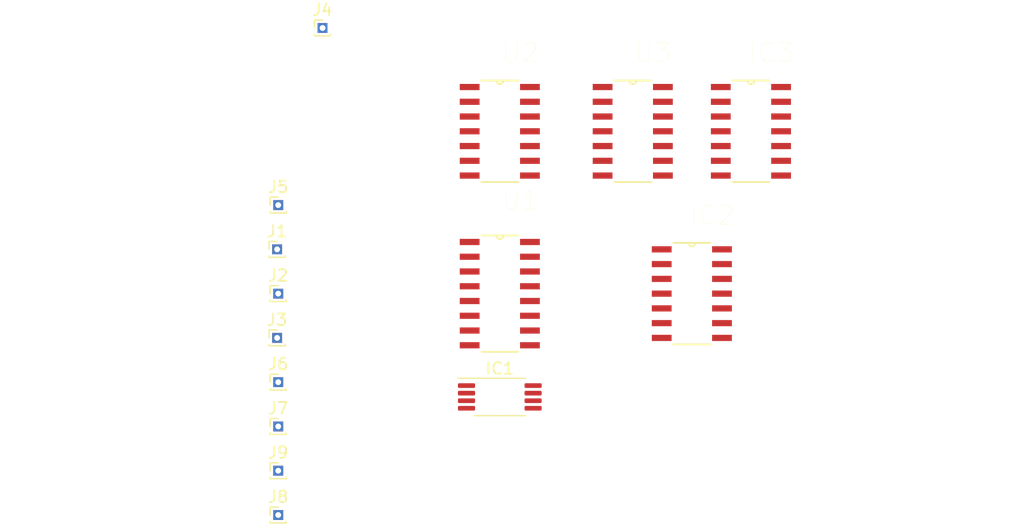
<source format=kicad_pcb>
(kicad_pcb (version 20171130) (host pcbnew "(5.1.8)-1")

  (general
    (thickness 1.6)
    (drawings 0)
    (tracks 0)
    (zones 0)
    (modules 15)
    (nets 62)
  )

  (page A4)
  (layers
    (0 F.Cu signal)
    (31 B.Cu signal)
    (32 B.Adhes user)
    (33 F.Adhes user)
    (34 B.Paste user)
    (35 F.Paste user)
    (36 B.SilkS user)
    (37 F.SilkS user)
    (38 B.Mask user)
    (39 F.Mask user)
    (40 Dwgs.User user)
    (41 Cmts.User user)
    (42 Eco1.User user)
    (43 Eco2.User user)
    (44 Edge.Cuts user)
    (45 Margin user)
    (46 B.CrtYd user)
    (47 F.CrtYd user)
    (48 B.Fab user)
    (49 F.Fab user)
  )

  (setup
    (last_trace_width 0.25)
    (trace_clearance 0.2)
    (zone_clearance 0.508)
    (zone_45_only no)
    (trace_min 0.2)
    (via_size 0.8)
    (via_drill 0.4)
    (via_min_size 0.4)
    (via_min_drill 0.3)
    (uvia_size 0.3)
    (uvia_drill 0.1)
    (uvias_allowed no)
    (uvia_min_size 0.2)
    (uvia_min_drill 0.1)
    (edge_width 0.05)
    (segment_width 0.2)
    (pcb_text_width 0.3)
    (pcb_text_size 1.5 1.5)
    (mod_edge_width 0.12)
    (mod_text_size 1 1)
    (mod_text_width 0.15)
    (pad_size 1.524 1.524)
    (pad_drill 0.762)
    (pad_to_mask_clearance 0)
    (aux_axis_origin 0 0)
    (visible_elements FFFFFF7F)
    (pcbplotparams
      (layerselection 0x010fc_ffffffff)
      (usegerberextensions false)
      (usegerberattributes true)
      (usegerberadvancedattributes true)
      (creategerberjobfile true)
      (excludeedgelayer true)
      (linewidth 0.100000)
      (plotframeref false)
      (viasonmask false)
      (mode 1)
      (useauxorigin false)
      (hpglpennumber 1)
      (hpglpenspeed 20)
      (hpglpendiameter 15.000000)
      (psnegative false)
      (psa4output false)
      (plotreference true)
      (plotvalue true)
      (plotinvisibletext false)
      (padsonsilk false)
      (subtractmaskfromsilk false)
      (outputformat 1)
      (mirror false)
      (drillshape 1)
      (scaleselection 1)
      (outputdirectory ""))
  )

  (net 0 "")
  (net 1 "Net-(IC1-Pad1)")
  (net 2 "Net-(IC1-Pad2)")
  (net 3 "Net-(IC1-Pad3)")
  (net 4 "Net-(IC1-Pad4)")
  (net 5 "Net-(IC1-Pad5)")
  (net 6 "Net-(IC1-Pad6)")
  (net 7 "Net-(IC1-Pad7)")
  (net 8 "Net-(IC1-Pad8)")
  (net 9 "Net-(IC2-Pad13)")
  (net 10 "Net-(IC2-Pad12)")
  (net 11 "Net-(IC2-Pad11)")
  (net 12 "Net-(IC2-Pad10)")
  (net 13 "Net-(IC2-Pad5)")
  (net 14 "Net-(IC2-Pad8)")
  (net 15 "Net-(IC2-Pad7)")
  (net 16 "Net-(IC2-Pad6)")
  (net 17 "Net-(IC2-Pad4)")
  (net 18 "Net-(IC2-Pad2)")
  (net 19 "Net-(IC3-Pad1)")
  (net 20 "Net-(IC3-Pad3)")
  (net 21 "Net-(IC3-Pad4)")
  (net 22 "Net-(IC3-Pad5)")
  (net 23 "Net-(IC3-Pad6)")
  (net 24 "Net-(IC3-Pad7)")
  (net 25 "Net-(IC3-Pad8)")
  (net 26 "Net-(IC3-Pad9)")
  (net 27 "Net-(IC3-Pad10)")
  (net 28 "Net-(IC3-Pad11)")
  (net 29 "Net-(IC3-Pad12)")
  (net 30 "Net-(IC3-Pad13)")
  (net 31 "Net-(J1-Pad1)")
  (net 32 "Net-(J2-Pad1)")
  (net 33 "Net-(J3-Pad1)")
  (net 34 "Net-(J5-Pad1)")
  (net 35 "Net-(U1-Pad4)")
  (net 36 "Net-(U1-Pad5)")
  (net 37 "Net-(U1-Pad6)")
  (net 38 "Net-(U1-Pad7)")
  (net 39 "Net-(U1-Pad8)")
  (net 40 "Net-(U1-Pad9)")
  (net 41 "Net-(U1-Pad10)")
  (net 42 "Net-(U1-Pad11)")
  (net 43 "Net-(U1-Pad12)")
  (net 44 "Net-(U1-Pad13)")
  (net 45 "Net-(U1-Pad14)")
  (net 46 "Net-(U1-Pad15)")
  (net 47 "Net-(U2-Pad3)")
  (net 48 "Net-(U2-Pad4)")
  (net 49 "Net-(U2-Pad5)")
  (net 50 "Net-(U2-Pad6)")
  (net 51 "Net-(U2-Pad7)")
  (net 52 "Net-(U2-Pad8)")
  (net 53 "Net-(U2-Pad9)")
  (net 54 "Net-(U2-Pad10)")
  (net 55 "Net-(U2-Pad11)")
  (net 56 "Net-(U2-Pad12)")
  (net 57 "Net-(U2-Pad13)")
  (net 58 "Net-(U3-Pad11)")
  (net 59 "Net-(U3-Pad8)")
  (net 60 "Net-(U3-Pad5)")
  (net 61 "Net-(U3-Pad1)")

  (net_class Default "This is the default net class."
    (clearance 0.2)
    (trace_width 0.25)
    (via_dia 0.8)
    (via_drill 0.4)
    (uvia_dia 0.3)
    (uvia_drill 0.1)
    (add_net "Net-(IC1-Pad1)")
    (add_net "Net-(IC1-Pad2)")
    (add_net "Net-(IC1-Pad3)")
    (add_net "Net-(IC1-Pad4)")
    (add_net "Net-(IC1-Pad5)")
    (add_net "Net-(IC1-Pad6)")
    (add_net "Net-(IC1-Pad7)")
    (add_net "Net-(IC1-Pad8)")
    (add_net "Net-(IC2-Pad10)")
    (add_net "Net-(IC2-Pad11)")
    (add_net "Net-(IC2-Pad12)")
    (add_net "Net-(IC2-Pad13)")
    (add_net "Net-(IC2-Pad2)")
    (add_net "Net-(IC2-Pad4)")
    (add_net "Net-(IC2-Pad5)")
    (add_net "Net-(IC2-Pad6)")
    (add_net "Net-(IC2-Pad7)")
    (add_net "Net-(IC2-Pad8)")
    (add_net "Net-(IC3-Pad1)")
    (add_net "Net-(IC3-Pad10)")
    (add_net "Net-(IC3-Pad11)")
    (add_net "Net-(IC3-Pad12)")
    (add_net "Net-(IC3-Pad13)")
    (add_net "Net-(IC3-Pad3)")
    (add_net "Net-(IC3-Pad4)")
    (add_net "Net-(IC3-Pad5)")
    (add_net "Net-(IC3-Pad6)")
    (add_net "Net-(IC3-Pad7)")
    (add_net "Net-(IC3-Pad8)")
    (add_net "Net-(IC3-Pad9)")
    (add_net "Net-(J1-Pad1)")
    (add_net "Net-(J2-Pad1)")
    (add_net "Net-(J3-Pad1)")
    (add_net "Net-(J5-Pad1)")
    (add_net "Net-(U1-Pad10)")
    (add_net "Net-(U1-Pad11)")
    (add_net "Net-(U1-Pad12)")
    (add_net "Net-(U1-Pad13)")
    (add_net "Net-(U1-Pad14)")
    (add_net "Net-(U1-Pad15)")
    (add_net "Net-(U1-Pad4)")
    (add_net "Net-(U1-Pad5)")
    (add_net "Net-(U1-Pad6)")
    (add_net "Net-(U1-Pad7)")
    (add_net "Net-(U1-Pad8)")
    (add_net "Net-(U1-Pad9)")
    (add_net "Net-(U2-Pad10)")
    (add_net "Net-(U2-Pad11)")
    (add_net "Net-(U2-Pad12)")
    (add_net "Net-(U2-Pad13)")
    (add_net "Net-(U2-Pad3)")
    (add_net "Net-(U2-Pad4)")
    (add_net "Net-(U2-Pad5)")
    (add_net "Net-(U2-Pad6)")
    (add_net "Net-(U2-Pad7)")
    (add_net "Net-(U2-Pad8)")
    (add_net "Net-(U2-Pad9)")
    (add_net "Net-(U3-Pad1)")
    (add_net "Net-(U3-Pad11)")
    (add_net "Net-(U3-Pad5)")
    (add_net "Net-(U3-Pad8)")
  )

  (module Package_SO:TSSOP-8_4.4x3mm_P0.65mm (layer F.Cu) (tedit 5E476F32) (tstamp 5FAB3250)
    (at 120.65 80.01)
    (descr "TSSOP, 8 Pin (JEDEC MO-153 Var AA https://www.jedec.org/document_search?search_api_views_fulltext=MO-153), generated with kicad-footprint-generator ipc_gullwing_generator.py")
    (tags "TSSOP SO")
    (path /5FAB1AAF)
    (attr smd)
    (fp_text reference IC1 (at 0 -2.45) (layer F.SilkS)
      (effects (font (size 1 1) (thickness 0.15)))
    )
    (fp_text value UCC2946PW (at 0 2.45) (layer F.Fab)
      (effects (font (size 1 1) (thickness 0.15)))
    )
    (fp_line (start 3.85 -1.75) (end -3.85 -1.75) (layer F.CrtYd) (width 0.05))
    (fp_line (start 3.85 1.75) (end 3.85 -1.75) (layer F.CrtYd) (width 0.05))
    (fp_line (start -3.85 1.75) (end 3.85 1.75) (layer F.CrtYd) (width 0.05))
    (fp_line (start -3.85 -1.75) (end -3.85 1.75) (layer F.CrtYd) (width 0.05))
    (fp_line (start -2.2 -0.75) (end -1.45 -1.5) (layer F.Fab) (width 0.1))
    (fp_line (start -2.2 1.5) (end -2.2 -0.75) (layer F.Fab) (width 0.1))
    (fp_line (start 2.2 1.5) (end -2.2 1.5) (layer F.Fab) (width 0.1))
    (fp_line (start 2.2 -1.5) (end 2.2 1.5) (layer F.Fab) (width 0.1))
    (fp_line (start -1.45 -1.5) (end 2.2 -1.5) (layer F.Fab) (width 0.1))
    (fp_line (start 0 -1.61) (end -3.6 -1.61) (layer F.SilkS) (width 0.12))
    (fp_line (start 0 -1.61) (end 2.2 -1.61) (layer F.SilkS) (width 0.12))
    (fp_line (start 0 1.61) (end -2.2 1.61) (layer F.SilkS) (width 0.12))
    (fp_line (start 0 1.61) (end 2.2 1.61) (layer F.SilkS) (width 0.12))
    (fp_text user %R (at 0 0) (layer F.Fab)
      (effects (font (size 1 1) (thickness 0.15)))
    )
    (pad 1 smd roundrect (at -2.8625 -0.975) (size 1.475 0.4) (layers F.Cu F.Paste F.Mask) (roundrect_rratio 0.25)
      (net 1 "Net-(IC1-Pad1)"))
    (pad 2 smd roundrect (at -2.8625 -0.325) (size 1.475 0.4) (layers F.Cu F.Paste F.Mask) (roundrect_rratio 0.25)
      (net 2 "Net-(IC1-Pad2)"))
    (pad 3 smd roundrect (at -2.8625 0.325) (size 1.475 0.4) (layers F.Cu F.Paste F.Mask) (roundrect_rratio 0.25)
      (net 3 "Net-(IC1-Pad3)"))
    (pad 4 smd roundrect (at -2.8625 0.975) (size 1.475 0.4) (layers F.Cu F.Paste F.Mask) (roundrect_rratio 0.25)
      (net 4 "Net-(IC1-Pad4)"))
    (pad 5 smd roundrect (at 2.8625 0.975) (size 1.475 0.4) (layers F.Cu F.Paste F.Mask) (roundrect_rratio 0.25)
      (net 5 "Net-(IC1-Pad5)"))
    (pad 6 smd roundrect (at 2.8625 0.325) (size 1.475 0.4) (layers F.Cu F.Paste F.Mask) (roundrect_rratio 0.25)
      (net 6 "Net-(IC1-Pad6)"))
    (pad 7 smd roundrect (at 2.8625 -0.325) (size 1.475 0.4) (layers F.Cu F.Paste F.Mask) (roundrect_rratio 0.25)
      (net 7 "Net-(IC1-Pad7)"))
    (pad 8 smd roundrect (at 2.8625 -0.975) (size 1.475 0.4) (layers F.Cu F.Paste F.Mask) (roundrect_rratio 0.25)
      (net 8 "Net-(IC1-Pad8)"))
    (model ${KISYS3DMOD}/Package_SO.3dshapes/TSSOP-8_4.4x3mm_P0.65mm.wrl
      (at (xyz 0 0 0))
      (scale (xyz 1 1 1))
      (rotate (xyz 0 0 0))
    )
  )

  (module KiCAD:SOIC127P600X175-14N (layer F.Cu) (tedit 5FAAC9A6) (tstamp 5FAB32A6)
    (at 137.16 71.12)
    (path /5FAB644F)
    (fp_text reference IC2 (at 1.752605 -6.756435) (layer F.SilkS)
      (effects (font (size 1.640008 1.640008) (thickness 0.015)))
    )
    (fp_text value SN74HC08D (at 16.35479 6.58769) (layer F.Fab)
      (effects (font (size 1.642268 1.642268) (thickness 0.015)))
    )
    (fp_arc (start 0 -4.3688) (end -0.3048 -4.3688) (angle -180) (layer F.SilkS) (width 0.1524))
    (fp_arc (start 0 -4.3688) (end -0.3048 -4.3688) (angle -180) (layer F.Fab) (width 0.1))
    (fp_line (start -2.0066 -3.556) (end -2.0066 -4.064) (layer F.Fab) (width 0.1))
    (fp_line (start -2.0066 -4.064) (end -3.0988 -4.064) (layer F.Fab) (width 0.1))
    (fp_line (start -3.0988 -4.064) (end -3.0988 -3.556) (layer F.Fab) (width 0.1))
    (fp_line (start -3.0988 -3.556) (end -2.0066 -3.556) (layer F.Fab) (width 0.1))
    (fp_line (start -2.0066 -2.286) (end -2.0066 -2.794) (layer F.Fab) (width 0.1))
    (fp_line (start -2.0066 -2.794) (end -3.0988 -2.794) (layer F.Fab) (width 0.1))
    (fp_line (start -3.0988 -2.794) (end -3.0988 -2.286) (layer F.Fab) (width 0.1))
    (fp_line (start -3.0988 -2.286) (end -2.0066 -2.286) (layer F.Fab) (width 0.1))
    (fp_line (start -2.0066 -1.016) (end -2.0066 -1.524) (layer F.Fab) (width 0.1))
    (fp_line (start -2.0066 -1.524) (end -3.0988 -1.524) (layer F.Fab) (width 0.1))
    (fp_line (start -3.0988 -1.524) (end -3.0988 -1.016) (layer F.Fab) (width 0.1))
    (fp_line (start -3.0988 -1.016) (end -2.0066 -1.016) (layer F.Fab) (width 0.1))
    (fp_line (start -2.0066 0.254) (end -2.0066 -0.254) (layer F.Fab) (width 0.1))
    (fp_line (start -2.0066 -0.254) (end -3.0988 -0.254) (layer F.Fab) (width 0.1))
    (fp_line (start -3.0988 -0.254) (end -3.0988 0.254) (layer F.Fab) (width 0.1))
    (fp_line (start -3.0988 0.254) (end -2.0066 0.254) (layer F.Fab) (width 0.1))
    (fp_line (start -2.0066 1.524) (end -2.0066 1.016) (layer F.Fab) (width 0.1))
    (fp_line (start -2.0066 1.016) (end -3.0988 1.016) (layer F.Fab) (width 0.1))
    (fp_line (start -3.0988 1.016) (end -3.0988 1.524) (layer F.Fab) (width 0.1))
    (fp_line (start -3.0988 1.524) (end -2.0066 1.524) (layer F.Fab) (width 0.1))
    (fp_line (start -2.0066 2.794) (end -2.0066 2.286) (layer F.Fab) (width 0.1))
    (fp_line (start -2.0066 2.286) (end -3.0988 2.286) (layer F.Fab) (width 0.1))
    (fp_line (start -3.0988 2.286) (end -3.0988 2.794) (layer F.Fab) (width 0.1))
    (fp_line (start -3.0988 2.794) (end -2.0066 2.794) (layer F.Fab) (width 0.1))
    (fp_line (start -2.0066 4.064) (end -2.0066 3.556) (layer F.Fab) (width 0.1))
    (fp_line (start -2.0066 3.556) (end -3.0988 3.556) (layer F.Fab) (width 0.1))
    (fp_line (start -3.0988 3.556) (end -3.0988 4.064) (layer F.Fab) (width 0.1))
    (fp_line (start -3.0988 4.064) (end -2.0066 4.064) (layer F.Fab) (width 0.1))
    (fp_line (start 2.0066 3.556) (end 2.0066 4.064) (layer F.Fab) (width 0.1))
    (fp_line (start 2.0066 4.064) (end 3.0988 4.064) (layer F.Fab) (width 0.1))
    (fp_line (start 3.0988 4.064) (end 3.0988 3.556) (layer F.Fab) (width 0.1))
    (fp_line (start 3.0988 3.556) (end 2.0066 3.556) (layer F.Fab) (width 0.1))
    (fp_line (start 2.0066 2.286) (end 2.0066 2.794) (layer F.Fab) (width 0.1))
    (fp_line (start 2.0066 2.794) (end 3.0988 2.794) (layer F.Fab) (width 0.1))
    (fp_line (start 3.0988 2.794) (end 3.0988 2.286) (layer F.Fab) (width 0.1))
    (fp_line (start 3.0988 2.286) (end 2.0066 2.286) (layer F.Fab) (width 0.1))
    (fp_line (start 2.0066 1.016) (end 2.0066 1.524) (layer F.Fab) (width 0.1))
    (fp_line (start 2.0066 1.524) (end 3.0988 1.524) (layer F.Fab) (width 0.1))
    (fp_line (start 3.0988 1.524) (end 3.0988 1.016) (layer F.Fab) (width 0.1))
    (fp_line (start 3.0988 1.016) (end 2.0066 1.016) (layer F.Fab) (width 0.1))
    (fp_line (start 2.0066 -0.254) (end 2.0066 0.254) (layer F.Fab) (width 0.1))
    (fp_line (start 2.0066 0.254) (end 3.0988 0.254) (layer F.Fab) (width 0.1))
    (fp_line (start 3.0988 0.254) (end 3.0988 -0.254) (layer F.Fab) (width 0.1))
    (fp_line (start 3.0988 -0.254) (end 2.0066 -0.254) (layer F.Fab) (width 0.1))
    (fp_line (start 2.0066 -1.524) (end 2.0066 -1.016) (layer F.Fab) (width 0.1))
    (fp_line (start 2.0066 -1.016) (end 3.0988 -1.016) (layer F.Fab) (width 0.1))
    (fp_line (start 3.0988 -1.016) (end 3.0988 -1.524) (layer F.Fab) (width 0.1))
    (fp_line (start 3.0988 -1.524) (end 2.0066 -1.524) (layer F.Fab) (width 0.1))
    (fp_line (start 2.0066 -2.794) (end 2.0066 -2.286) (layer F.Fab) (width 0.1))
    (fp_line (start 2.0066 -2.286) (end 3.0988 -2.286) (layer F.Fab) (width 0.1))
    (fp_line (start 3.0988 -2.286) (end 3.0988 -2.794) (layer F.Fab) (width 0.1))
    (fp_line (start 3.0988 -2.794) (end 2.0066 -2.794) (layer F.Fab) (width 0.1))
    (fp_line (start 2.0066 -4.064) (end 2.0066 -3.556) (layer F.Fab) (width 0.1))
    (fp_line (start 2.0066 -3.556) (end 3.0988 -3.556) (layer F.Fab) (width 0.1))
    (fp_line (start 3.0988 -3.556) (end 3.0988 -4.064) (layer F.Fab) (width 0.1))
    (fp_line (start 3.0988 -4.064) (end 2.0066 -4.064) (layer F.Fab) (width 0.1))
    (fp_line (start -2.0066 4.3688) (end 2.0066 4.3688) (layer F.Fab) (width 0.1))
    (fp_line (start 2.0066 4.3688) (end 2.0066 -4.3688) (layer F.Fab) (width 0.1))
    (fp_line (start 2.0066 -4.3688) (end 0.3048 -4.3688) (layer F.Fab) (width 0.1))
    (fp_line (start 0.3048 -4.3688) (end -0.3048 -4.3688) (layer F.Fab) (width 0.1))
    (fp_line (start -0.3048 -4.3688) (end -2.0066 -4.3688) (layer F.Fab) (width 0.1))
    (fp_line (start -2.0066 -4.3688) (end -2.0066 4.3688) (layer F.Fab) (width 0.1))
    (fp_line (start -1.6002 4.3688) (end 1.6002 4.3688) (layer F.SilkS) (width 0.1524))
    (fp_line (start 1.6002 -4.3688) (end 0.3048 -4.3688) (layer F.SilkS) (width 0.1524))
    (fp_line (start 0.3048 -4.3688) (end -0.3048 -4.3688) (layer F.SilkS) (width 0.1524))
    (fp_line (start -0.3048 -4.3688) (end -1.6002 -4.3688) (layer F.SilkS) (width 0.1524))
    (pad 14 smd rect (at 2.5908 -3.81) (size 1.7018 0.5334) (layers F.Cu F.Paste F.Mask)
      (net 8 "Net-(IC1-Pad8)"))
    (pad 13 smd rect (at 2.5908 -2.54) (size 1.7018 0.5334) (layers F.Cu F.Paste F.Mask)
      (net 9 "Net-(IC2-Pad13)"))
    (pad 12 smd rect (at 2.5908 -1.27) (size 1.7018 0.5334) (layers F.Cu F.Paste F.Mask)
      (net 10 "Net-(IC2-Pad12)"))
    (pad 11 smd rect (at 2.5908 0) (size 1.7018 0.5334) (layers F.Cu F.Paste F.Mask)
      (net 11 "Net-(IC2-Pad11)"))
    (pad 10 smd rect (at 2.5908 1.27) (size 1.7018 0.5334) (layers F.Cu F.Paste F.Mask)
      (net 12 "Net-(IC2-Pad10)"))
    (pad 9 smd rect (at 2.5908 2.54) (size 1.7018 0.5334) (layers F.Cu F.Paste F.Mask)
      (net 13 "Net-(IC2-Pad5)"))
    (pad 8 smd rect (at 2.5908 3.81) (size 1.7018 0.5334) (layers F.Cu F.Paste F.Mask)
      (net 14 "Net-(IC2-Pad8)"))
    (pad 7 smd rect (at -2.5908 3.81) (size 1.7018 0.5334) (layers F.Cu F.Paste F.Mask)
      (net 15 "Net-(IC2-Pad7)"))
    (pad 6 smd rect (at -2.5908 2.54) (size 1.7018 0.5334) (layers F.Cu F.Paste F.Mask)
      (net 16 "Net-(IC2-Pad6)"))
    (pad 5 smd rect (at -2.5908 1.27) (size 1.7018 0.5334) (layers F.Cu F.Paste F.Mask)
      (net 13 "Net-(IC2-Pad5)"))
    (pad 4 smd rect (at -2.5908 0) (size 1.7018 0.5334) (layers F.Cu F.Paste F.Mask)
      (net 17 "Net-(IC2-Pad4)"))
    (pad 3 smd rect (at -2.5908 -1.27) (size 1.7018 0.5334) (layers F.Cu F.Paste F.Mask)
      (net 12 "Net-(IC2-Pad10)"))
    (pad 2 smd rect (at -2.5908 -2.54) (size 1.7018 0.5334) (layers F.Cu F.Paste F.Mask)
      (net 18 "Net-(IC2-Pad2)"))
    (pad 1 smd rect (at -2.5908 -3.81) (size 1.7018 0.5334) (layers F.Cu F.Paste F.Mask)
      (net 5 "Net-(IC1-Pad5)"))
  )

  (module KiCAD:SOIC127P600X175-14N (layer F.Cu) (tedit 5FAAC9A6) (tstamp 5FAB32FC)
    (at 142.24 57.15)
    (path /5FAB4D77)
    (fp_text reference IC3 (at 1.752605 -6.756435) (layer F.SilkS)
      (effects (font (size 1.640008 1.640008) (thickness 0.015)))
    )
    (fp_text value SN74HC32D (at 16.35479 6.58769) (layer F.Fab)
      (effects (font (size 1.642268 1.642268) (thickness 0.015)))
    )
    (fp_line (start -0.3048 -4.3688) (end -1.6002 -4.3688) (layer F.SilkS) (width 0.1524))
    (fp_line (start 0.3048 -4.3688) (end -0.3048 -4.3688) (layer F.SilkS) (width 0.1524))
    (fp_line (start 1.6002 -4.3688) (end 0.3048 -4.3688) (layer F.SilkS) (width 0.1524))
    (fp_line (start -1.6002 4.3688) (end 1.6002 4.3688) (layer F.SilkS) (width 0.1524))
    (fp_line (start -2.0066 -4.3688) (end -2.0066 4.3688) (layer F.Fab) (width 0.1))
    (fp_line (start -0.3048 -4.3688) (end -2.0066 -4.3688) (layer F.Fab) (width 0.1))
    (fp_line (start 0.3048 -4.3688) (end -0.3048 -4.3688) (layer F.Fab) (width 0.1))
    (fp_line (start 2.0066 -4.3688) (end 0.3048 -4.3688) (layer F.Fab) (width 0.1))
    (fp_line (start 2.0066 4.3688) (end 2.0066 -4.3688) (layer F.Fab) (width 0.1))
    (fp_line (start -2.0066 4.3688) (end 2.0066 4.3688) (layer F.Fab) (width 0.1))
    (fp_line (start 3.0988 -4.064) (end 2.0066 -4.064) (layer F.Fab) (width 0.1))
    (fp_line (start 3.0988 -3.556) (end 3.0988 -4.064) (layer F.Fab) (width 0.1))
    (fp_line (start 2.0066 -3.556) (end 3.0988 -3.556) (layer F.Fab) (width 0.1))
    (fp_line (start 2.0066 -4.064) (end 2.0066 -3.556) (layer F.Fab) (width 0.1))
    (fp_line (start 3.0988 -2.794) (end 2.0066 -2.794) (layer F.Fab) (width 0.1))
    (fp_line (start 3.0988 -2.286) (end 3.0988 -2.794) (layer F.Fab) (width 0.1))
    (fp_line (start 2.0066 -2.286) (end 3.0988 -2.286) (layer F.Fab) (width 0.1))
    (fp_line (start 2.0066 -2.794) (end 2.0066 -2.286) (layer F.Fab) (width 0.1))
    (fp_line (start 3.0988 -1.524) (end 2.0066 -1.524) (layer F.Fab) (width 0.1))
    (fp_line (start 3.0988 -1.016) (end 3.0988 -1.524) (layer F.Fab) (width 0.1))
    (fp_line (start 2.0066 -1.016) (end 3.0988 -1.016) (layer F.Fab) (width 0.1))
    (fp_line (start 2.0066 -1.524) (end 2.0066 -1.016) (layer F.Fab) (width 0.1))
    (fp_line (start 3.0988 -0.254) (end 2.0066 -0.254) (layer F.Fab) (width 0.1))
    (fp_line (start 3.0988 0.254) (end 3.0988 -0.254) (layer F.Fab) (width 0.1))
    (fp_line (start 2.0066 0.254) (end 3.0988 0.254) (layer F.Fab) (width 0.1))
    (fp_line (start 2.0066 -0.254) (end 2.0066 0.254) (layer F.Fab) (width 0.1))
    (fp_line (start 3.0988 1.016) (end 2.0066 1.016) (layer F.Fab) (width 0.1))
    (fp_line (start 3.0988 1.524) (end 3.0988 1.016) (layer F.Fab) (width 0.1))
    (fp_line (start 2.0066 1.524) (end 3.0988 1.524) (layer F.Fab) (width 0.1))
    (fp_line (start 2.0066 1.016) (end 2.0066 1.524) (layer F.Fab) (width 0.1))
    (fp_line (start 3.0988 2.286) (end 2.0066 2.286) (layer F.Fab) (width 0.1))
    (fp_line (start 3.0988 2.794) (end 3.0988 2.286) (layer F.Fab) (width 0.1))
    (fp_line (start 2.0066 2.794) (end 3.0988 2.794) (layer F.Fab) (width 0.1))
    (fp_line (start 2.0066 2.286) (end 2.0066 2.794) (layer F.Fab) (width 0.1))
    (fp_line (start 3.0988 3.556) (end 2.0066 3.556) (layer F.Fab) (width 0.1))
    (fp_line (start 3.0988 4.064) (end 3.0988 3.556) (layer F.Fab) (width 0.1))
    (fp_line (start 2.0066 4.064) (end 3.0988 4.064) (layer F.Fab) (width 0.1))
    (fp_line (start 2.0066 3.556) (end 2.0066 4.064) (layer F.Fab) (width 0.1))
    (fp_line (start -3.0988 4.064) (end -2.0066 4.064) (layer F.Fab) (width 0.1))
    (fp_line (start -3.0988 3.556) (end -3.0988 4.064) (layer F.Fab) (width 0.1))
    (fp_line (start -2.0066 3.556) (end -3.0988 3.556) (layer F.Fab) (width 0.1))
    (fp_line (start -2.0066 4.064) (end -2.0066 3.556) (layer F.Fab) (width 0.1))
    (fp_line (start -3.0988 2.794) (end -2.0066 2.794) (layer F.Fab) (width 0.1))
    (fp_line (start -3.0988 2.286) (end -3.0988 2.794) (layer F.Fab) (width 0.1))
    (fp_line (start -2.0066 2.286) (end -3.0988 2.286) (layer F.Fab) (width 0.1))
    (fp_line (start -2.0066 2.794) (end -2.0066 2.286) (layer F.Fab) (width 0.1))
    (fp_line (start -3.0988 1.524) (end -2.0066 1.524) (layer F.Fab) (width 0.1))
    (fp_line (start -3.0988 1.016) (end -3.0988 1.524) (layer F.Fab) (width 0.1))
    (fp_line (start -2.0066 1.016) (end -3.0988 1.016) (layer F.Fab) (width 0.1))
    (fp_line (start -2.0066 1.524) (end -2.0066 1.016) (layer F.Fab) (width 0.1))
    (fp_line (start -3.0988 0.254) (end -2.0066 0.254) (layer F.Fab) (width 0.1))
    (fp_line (start -3.0988 -0.254) (end -3.0988 0.254) (layer F.Fab) (width 0.1))
    (fp_line (start -2.0066 -0.254) (end -3.0988 -0.254) (layer F.Fab) (width 0.1))
    (fp_line (start -2.0066 0.254) (end -2.0066 -0.254) (layer F.Fab) (width 0.1))
    (fp_line (start -3.0988 -1.016) (end -2.0066 -1.016) (layer F.Fab) (width 0.1))
    (fp_line (start -3.0988 -1.524) (end -3.0988 -1.016) (layer F.Fab) (width 0.1))
    (fp_line (start -2.0066 -1.524) (end -3.0988 -1.524) (layer F.Fab) (width 0.1))
    (fp_line (start -2.0066 -1.016) (end -2.0066 -1.524) (layer F.Fab) (width 0.1))
    (fp_line (start -3.0988 -2.286) (end -2.0066 -2.286) (layer F.Fab) (width 0.1))
    (fp_line (start -3.0988 -2.794) (end -3.0988 -2.286) (layer F.Fab) (width 0.1))
    (fp_line (start -2.0066 -2.794) (end -3.0988 -2.794) (layer F.Fab) (width 0.1))
    (fp_line (start -2.0066 -2.286) (end -2.0066 -2.794) (layer F.Fab) (width 0.1))
    (fp_line (start -3.0988 -3.556) (end -2.0066 -3.556) (layer F.Fab) (width 0.1))
    (fp_line (start -3.0988 -4.064) (end -3.0988 -3.556) (layer F.Fab) (width 0.1))
    (fp_line (start -2.0066 -4.064) (end -3.0988 -4.064) (layer F.Fab) (width 0.1))
    (fp_line (start -2.0066 -3.556) (end -2.0066 -4.064) (layer F.Fab) (width 0.1))
    (fp_arc (start 0 -4.3688) (end -0.3048 -4.3688) (angle -180) (layer F.Fab) (width 0.1))
    (fp_arc (start 0 -4.3688) (end -0.3048 -4.3688) (angle -180) (layer F.SilkS) (width 0.1524))
    (pad 1 smd rect (at -2.5908 -3.81) (size 1.7018 0.5334) (layers F.Cu F.Paste F.Mask)
      (net 19 "Net-(IC3-Pad1)"))
    (pad 2 smd rect (at -2.5908 -2.54) (size 1.7018 0.5334) (layers F.Cu F.Paste F.Mask)
      (net 12 "Net-(IC2-Pad10)"))
    (pad 3 smd rect (at -2.5908 -1.27) (size 1.7018 0.5334) (layers F.Cu F.Paste F.Mask)
      (net 20 "Net-(IC3-Pad3)"))
    (pad 4 smd rect (at -2.5908 0) (size 1.7018 0.5334) (layers F.Cu F.Paste F.Mask)
      (net 21 "Net-(IC3-Pad4)"))
    (pad 5 smd rect (at -2.5908 1.27) (size 1.7018 0.5334) (layers F.Cu F.Paste F.Mask)
      (net 22 "Net-(IC3-Pad5)"))
    (pad 6 smd rect (at -2.5908 2.54) (size 1.7018 0.5334) (layers F.Cu F.Paste F.Mask)
      (net 23 "Net-(IC3-Pad6)"))
    (pad 7 smd rect (at -2.5908 3.81) (size 1.7018 0.5334) (layers F.Cu F.Paste F.Mask)
      (net 24 "Net-(IC3-Pad7)"))
    (pad 8 smd rect (at 2.5908 3.81) (size 1.7018 0.5334) (layers F.Cu F.Paste F.Mask)
      (net 25 "Net-(IC3-Pad8)"))
    (pad 9 smd rect (at 2.5908 2.54) (size 1.7018 0.5334) (layers F.Cu F.Paste F.Mask)
      (net 26 "Net-(IC3-Pad9)"))
    (pad 10 smd rect (at 2.5908 1.27) (size 1.7018 0.5334) (layers F.Cu F.Paste F.Mask)
      (net 27 "Net-(IC3-Pad10)"))
    (pad 11 smd rect (at 2.5908 0) (size 1.7018 0.5334) (layers F.Cu F.Paste F.Mask)
      (net 28 "Net-(IC3-Pad11)"))
    (pad 12 smd rect (at 2.5908 -1.27) (size 1.7018 0.5334) (layers F.Cu F.Paste F.Mask)
      (net 29 "Net-(IC3-Pad12)"))
    (pad 13 smd rect (at 2.5908 -2.54) (size 1.7018 0.5334) (layers F.Cu F.Paste F.Mask)
      (net 30 "Net-(IC3-Pad13)"))
    (pad 14 smd rect (at 2.5908 -3.81) (size 1.7018 0.5334) (layers F.Cu F.Paste F.Mask)
      (net 8 "Net-(IC1-Pad8)"))
  )

  (module Connector_PinHeader_1.00mm:PinHeader_1x01_P1.00mm_Vertical (layer F.Cu) (tedit 59FED738) (tstamp 5FAB3312)
    (at 101.505001 67.31)
    (descr "Through hole straight pin header, 1x01, 1.00mm pitch, single row")
    (tags "Through hole pin header THT 1x01 1.00mm single row")
    (path /5FAC3BE5)
    (fp_text reference J1 (at 0 -1.56) (layer F.SilkS)
      (effects (font (size 1 1) (thickness 0.15)))
    )
    (fp_text value AS_driving_mode (at -7.525001 0) (layer F.Fab)
      (effects (font (size 1 1) (thickness 0.15)))
    )
    (fp_text user %R (at 0 0 90) (layer F.Fab)
      (effects (font (size 0.76 0.76) (thickness 0.114)))
    )
    (fp_line (start -0.3175 -0.5) (end 0.635 -0.5) (layer F.Fab) (width 0.1))
    (fp_line (start 0.635 -0.5) (end 0.635 0.5) (layer F.Fab) (width 0.1))
    (fp_line (start 0.635 0.5) (end -0.635 0.5) (layer F.Fab) (width 0.1))
    (fp_line (start -0.635 0.5) (end -0.635 -0.1825) (layer F.Fab) (width 0.1))
    (fp_line (start -0.635 -0.1825) (end -0.3175 -0.5) (layer F.Fab) (width 0.1))
    (fp_line (start -0.695 0.685) (end 0.695 0.685) (layer F.SilkS) (width 0.12))
    (fp_line (start -0.695 0.685) (end -0.695 0.56) (layer F.SilkS) (width 0.12))
    (fp_line (start 0.695 0.685) (end 0.695 0.56) (layer F.SilkS) (width 0.12))
    (fp_line (start -0.695 0.685) (end -0.608276 0.685) (layer F.SilkS) (width 0.12))
    (fp_line (start 0.608276 0.685) (end 0.695 0.685) (layer F.SilkS) (width 0.12))
    (fp_line (start -0.695 0) (end -0.695 -0.685) (layer F.SilkS) (width 0.12))
    (fp_line (start -0.695 -0.685) (end 0 -0.685) (layer F.SilkS) (width 0.12))
    (fp_line (start -1.15 -1) (end -1.15 1) (layer F.CrtYd) (width 0.05))
    (fp_line (start -1.15 1) (end 1.15 1) (layer F.CrtYd) (width 0.05))
    (fp_line (start 1.15 1) (end 1.15 -1) (layer F.CrtYd) (width 0.05))
    (fp_line (start 1.15 -1) (end -1.15 -1) (layer F.CrtYd) (width 0.05))
    (pad 1 thru_hole rect (at 0 0) (size 0.85 0.85) (drill 0.5) (layers *.Cu *.Mask)
      (net 31 "Net-(J1-Pad1)"))
    (model ${KISYS3DMOD}/Connector_PinHeader_1.00mm.3dshapes/PinHeader_1x01_P1.00mm_Vertical.wrl
      (at (xyz 0 0 0))
      (scale (xyz 1 1 1))
      (rotate (xyz 0 0 0))
    )
  )

  (module Connector_PinHeader_1.00mm:PinHeader_1x01_P1.00mm_Vertical (layer F.Cu) (tedit 59FED738) (tstamp 5FAB3328)
    (at 101.6 71.12)
    (descr "Through hole straight pin header, 1x01, 1.00mm pitch, single row")
    (tags "Through hole pin header THT 1x01 1.00mm single row")
    (path /5FAC490F)
    (fp_text reference J2 (at 0 -1.56) (layer F.SilkS)
      (effects (font (size 1 1) (thickness 0.15)))
    )
    (fp_text value "TS_Activation_Button cockpit" (at -12.7 0) (layer F.Fab)
      (effects (font (size 1 1) (thickness 0.15)))
    )
    (fp_line (start 1.15 -1) (end -1.15 -1) (layer F.CrtYd) (width 0.05))
    (fp_line (start 1.15 1) (end 1.15 -1) (layer F.CrtYd) (width 0.05))
    (fp_line (start -1.15 1) (end 1.15 1) (layer F.CrtYd) (width 0.05))
    (fp_line (start -1.15 -1) (end -1.15 1) (layer F.CrtYd) (width 0.05))
    (fp_line (start -0.695 -0.685) (end 0 -0.685) (layer F.SilkS) (width 0.12))
    (fp_line (start -0.695 0) (end -0.695 -0.685) (layer F.SilkS) (width 0.12))
    (fp_line (start 0.608276 0.685) (end 0.695 0.685) (layer F.SilkS) (width 0.12))
    (fp_line (start -0.695 0.685) (end -0.608276 0.685) (layer F.SilkS) (width 0.12))
    (fp_line (start 0.695 0.685) (end 0.695 0.56) (layer F.SilkS) (width 0.12))
    (fp_line (start -0.695 0.685) (end -0.695 0.56) (layer F.SilkS) (width 0.12))
    (fp_line (start -0.695 0.685) (end 0.695 0.685) (layer F.SilkS) (width 0.12))
    (fp_line (start -0.635 -0.1825) (end -0.3175 -0.5) (layer F.Fab) (width 0.1))
    (fp_line (start -0.635 0.5) (end -0.635 -0.1825) (layer F.Fab) (width 0.1))
    (fp_line (start 0.635 0.5) (end -0.635 0.5) (layer F.Fab) (width 0.1))
    (fp_line (start 0.635 -0.5) (end 0.635 0.5) (layer F.Fab) (width 0.1))
    (fp_line (start -0.3175 -0.5) (end 0.635 -0.5) (layer F.Fab) (width 0.1))
    (fp_text user %R (at 0 0 90) (layer F.Fab)
      (effects (font (size 0.76 0.76) (thickness 0.114)))
    )
    (pad 1 thru_hole rect (at 0 0) (size 0.85 0.85) (drill 0.5) (layers *.Cu *.Mask)
      (net 32 "Net-(J2-Pad1)"))
    (model ${KISYS3DMOD}/Connector_PinHeader_1.00mm.3dshapes/PinHeader_1x01_P1.00mm_Vertical.wrl
      (at (xyz 0 0 0))
      (scale (xyz 1 1 1))
      (rotate (xyz 0 0 0))
    )
  )

  (module Connector_PinHeader_1.00mm:PinHeader_1x01_P1.00mm_Vertical (layer F.Cu) (tedit 59FED738) (tstamp 5FAB333E)
    (at 101.505001 74.93)
    (descr "Through hole straight pin header, 1x01, 1.00mm pitch, single row")
    (tags "Through hole pin header THT 1x01 1.00mm single row")
    (path /5FAC561F)
    (fp_text reference J3 (at 0 -1.56) (layer F.SilkS)
      (effects (font (size 1 1) (thickness 0.15)))
    )
    (fp_text value "TS_Activation_Button external" (at -12.605001 0) (layer F.Fab)
      (effects (font (size 1 1) (thickness 0.15)))
    )
    (fp_text user %R (at 0 0 90) (layer F.Fab)
      (effects (font (size 0.76 0.76) (thickness 0.114)))
    )
    (fp_line (start -0.3175 -0.5) (end 0.635 -0.5) (layer F.Fab) (width 0.1))
    (fp_line (start 0.635 -0.5) (end 0.635 0.5) (layer F.Fab) (width 0.1))
    (fp_line (start 0.635 0.5) (end -0.635 0.5) (layer F.Fab) (width 0.1))
    (fp_line (start -0.635 0.5) (end -0.635 -0.1825) (layer F.Fab) (width 0.1))
    (fp_line (start -0.635 -0.1825) (end -0.3175 -0.5) (layer F.Fab) (width 0.1))
    (fp_line (start -0.695 0.685) (end 0.695 0.685) (layer F.SilkS) (width 0.12))
    (fp_line (start -0.695 0.685) (end -0.695 0.56) (layer F.SilkS) (width 0.12))
    (fp_line (start 0.695 0.685) (end 0.695 0.56) (layer F.SilkS) (width 0.12))
    (fp_line (start -0.695 0.685) (end -0.608276 0.685) (layer F.SilkS) (width 0.12))
    (fp_line (start 0.608276 0.685) (end 0.695 0.685) (layer F.SilkS) (width 0.12))
    (fp_line (start -0.695 0) (end -0.695 -0.685) (layer F.SilkS) (width 0.12))
    (fp_line (start -0.695 -0.685) (end 0 -0.685) (layer F.SilkS) (width 0.12))
    (fp_line (start -1.15 -1) (end -1.15 1) (layer F.CrtYd) (width 0.05))
    (fp_line (start -1.15 1) (end 1.15 1) (layer F.CrtYd) (width 0.05))
    (fp_line (start 1.15 1) (end 1.15 -1) (layer F.CrtYd) (width 0.05))
    (fp_line (start 1.15 -1) (end -1.15 -1) (layer F.CrtYd) (width 0.05))
    (pad 1 thru_hole rect (at 0 0) (size 0.85 0.85) (drill 0.5) (layers *.Cu *.Mask)
      (net 33 "Net-(J3-Pad1)"))
    (model ${KISYS3DMOD}/Connector_PinHeader_1.00mm.3dshapes/PinHeader_1x01_P1.00mm_Vertical.wrl
      (at (xyz 0 0 0))
      (scale (xyz 1 1 1))
      (rotate (xyz 0 0 0))
    )
  )

  (module Connector_PinHeader_1.00mm:PinHeader_1x01_P1.00mm_Vertical (layer F.Cu) (tedit 59FED738) (tstamp 5FAB3354)
    (at 105.41 48.26)
    (descr "Through hole straight pin header, 1x01, 1.00mm pitch, single row")
    (tags "Through hole pin header THT 1x01 1.00mm single row")
    (path /5FADE2AA)
    (fp_text reference J4 (at 0 -1.56) (layer F.SilkS)
      (effects (font (size 1 1) (thickness 0.15)))
    )
    (fp_text value VCC (at -2.54 0) (layer F.Fab)
      (effects (font (size 1 1) (thickness 0.15)))
    )
    (fp_line (start 1.15 -1) (end -1.15 -1) (layer F.CrtYd) (width 0.05))
    (fp_line (start 1.15 1) (end 1.15 -1) (layer F.CrtYd) (width 0.05))
    (fp_line (start -1.15 1) (end 1.15 1) (layer F.CrtYd) (width 0.05))
    (fp_line (start -1.15 -1) (end -1.15 1) (layer F.CrtYd) (width 0.05))
    (fp_line (start -0.695 -0.685) (end 0 -0.685) (layer F.SilkS) (width 0.12))
    (fp_line (start -0.695 0) (end -0.695 -0.685) (layer F.SilkS) (width 0.12))
    (fp_line (start 0.608276 0.685) (end 0.695 0.685) (layer F.SilkS) (width 0.12))
    (fp_line (start -0.695 0.685) (end -0.608276 0.685) (layer F.SilkS) (width 0.12))
    (fp_line (start 0.695 0.685) (end 0.695 0.56) (layer F.SilkS) (width 0.12))
    (fp_line (start -0.695 0.685) (end -0.695 0.56) (layer F.SilkS) (width 0.12))
    (fp_line (start -0.695 0.685) (end 0.695 0.685) (layer F.SilkS) (width 0.12))
    (fp_line (start -0.635 -0.1825) (end -0.3175 -0.5) (layer F.Fab) (width 0.1))
    (fp_line (start -0.635 0.5) (end -0.635 -0.1825) (layer F.Fab) (width 0.1))
    (fp_line (start 0.635 0.5) (end -0.635 0.5) (layer F.Fab) (width 0.1))
    (fp_line (start 0.635 -0.5) (end 0.635 0.5) (layer F.Fab) (width 0.1))
    (fp_line (start -0.3175 -0.5) (end 0.635 -0.5) (layer F.Fab) (width 0.1))
    (fp_text user %R (at 0 0 90) (layer F.Fab)
      (effects (font (size 0.76 0.76) (thickness 0.114)))
    )
    (pad 1 thru_hole rect (at 0 0) (size 0.85 0.85) (drill 0.5) (layers *.Cu *.Mask)
      (net 8 "Net-(IC1-Pad8)"))
    (model ${KISYS3DMOD}/Connector_PinHeader_1.00mm.3dshapes/PinHeader_1x01_P1.00mm_Vertical.wrl
      (at (xyz 0 0 0))
      (scale (xyz 1 1 1))
      (rotate (xyz 0 0 0))
    )
  )

  (module Connector_PinHeader_1.00mm:PinHeader_1x01_P1.00mm_Vertical (layer F.Cu) (tedit 59FED738) (tstamp 5FAB336A)
    (at 101.6 63.5)
    (descr "Through hole straight pin header, 1x01, 1.00mm pitch, single row")
    (tags "Through hole pin header THT 1x01 1.00mm single row")
    (path /5FAC2D8F)
    (fp_text reference J5 (at 0 -1.56) (layer F.SilkS)
      (effects (font (size 1 1) (thickness 0.15)))
    )
    (fp_text value AS_close_SDC (at -6.35 0) (layer F.Fab)
      (effects (font (size 1 1) (thickness 0.15)))
    )
    (fp_line (start 1.15 -1) (end -1.15 -1) (layer F.CrtYd) (width 0.05))
    (fp_line (start 1.15 1) (end 1.15 -1) (layer F.CrtYd) (width 0.05))
    (fp_line (start -1.15 1) (end 1.15 1) (layer F.CrtYd) (width 0.05))
    (fp_line (start -1.15 -1) (end -1.15 1) (layer F.CrtYd) (width 0.05))
    (fp_line (start -0.695 -0.685) (end 0 -0.685) (layer F.SilkS) (width 0.12))
    (fp_line (start -0.695 0) (end -0.695 -0.685) (layer F.SilkS) (width 0.12))
    (fp_line (start 0.608276 0.685) (end 0.695 0.685) (layer F.SilkS) (width 0.12))
    (fp_line (start -0.695 0.685) (end -0.608276 0.685) (layer F.SilkS) (width 0.12))
    (fp_line (start 0.695 0.685) (end 0.695 0.56) (layer F.SilkS) (width 0.12))
    (fp_line (start -0.695 0.685) (end -0.695 0.56) (layer F.SilkS) (width 0.12))
    (fp_line (start -0.695 0.685) (end 0.695 0.685) (layer F.SilkS) (width 0.12))
    (fp_line (start -0.635 -0.1825) (end -0.3175 -0.5) (layer F.Fab) (width 0.1))
    (fp_line (start -0.635 0.5) (end -0.635 -0.1825) (layer F.Fab) (width 0.1))
    (fp_line (start 0.635 0.5) (end -0.635 0.5) (layer F.Fab) (width 0.1))
    (fp_line (start 0.635 -0.5) (end 0.635 0.5) (layer F.Fab) (width 0.1))
    (fp_line (start -0.3175 -0.5) (end 0.635 -0.5) (layer F.Fab) (width 0.1))
    (fp_text user %R (at 0 0 90) (layer F.Fab)
      (effects (font (size 0.76 0.76) (thickness 0.114)))
    )
    (pad 1 thru_hole rect (at 0 0) (size 0.85 0.85) (drill 0.5) (layers *.Cu *.Mask)
      (net 34 "Net-(J5-Pad1)"))
    (model ${KISYS3DMOD}/Connector_PinHeader_1.00mm.3dshapes/PinHeader_1x01_P1.00mm_Vertical.wrl
      (at (xyz 0 0 0))
      (scale (xyz 1 1 1))
      (rotate (xyz 0 0 0))
    )
  )

  (module Connector_PinHeader_1.00mm:PinHeader_1x01_P1.00mm_Vertical (layer F.Cu) (tedit 59FED738) (tstamp 5FAB3380)
    (at 101.6 78.74)
    (descr "Through hole straight pin header, 1x01, 1.00mm pitch, single row")
    (tags "Through hole pin header THT 1x01 1.00mm single row")
    (path /5FAC1DFF)
    (fp_text reference J6 (at 0 -1.56) (layer F.SilkS)
      (effects (font (size 1 1) (thickness 0.15)))
    )
    (fp_text value Watchdog (at -5.08 0) (layer F.Fab)
      (effects (font (size 1 1) (thickness 0.15)))
    )
    (fp_text user %R (at 0 0 90) (layer F.Fab)
      (effects (font (size 0.76 0.76) (thickness 0.114)))
    )
    (fp_line (start -0.3175 -0.5) (end 0.635 -0.5) (layer F.Fab) (width 0.1))
    (fp_line (start 0.635 -0.5) (end 0.635 0.5) (layer F.Fab) (width 0.1))
    (fp_line (start 0.635 0.5) (end -0.635 0.5) (layer F.Fab) (width 0.1))
    (fp_line (start -0.635 0.5) (end -0.635 -0.1825) (layer F.Fab) (width 0.1))
    (fp_line (start -0.635 -0.1825) (end -0.3175 -0.5) (layer F.Fab) (width 0.1))
    (fp_line (start -0.695 0.685) (end 0.695 0.685) (layer F.SilkS) (width 0.12))
    (fp_line (start -0.695 0.685) (end -0.695 0.56) (layer F.SilkS) (width 0.12))
    (fp_line (start 0.695 0.685) (end 0.695 0.56) (layer F.SilkS) (width 0.12))
    (fp_line (start -0.695 0.685) (end -0.608276 0.685) (layer F.SilkS) (width 0.12))
    (fp_line (start 0.608276 0.685) (end 0.695 0.685) (layer F.SilkS) (width 0.12))
    (fp_line (start -0.695 0) (end -0.695 -0.685) (layer F.SilkS) (width 0.12))
    (fp_line (start -0.695 -0.685) (end 0 -0.685) (layer F.SilkS) (width 0.12))
    (fp_line (start -1.15 -1) (end -1.15 1) (layer F.CrtYd) (width 0.05))
    (fp_line (start -1.15 1) (end 1.15 1) (layer F.CrtYd) (width 0.05))
    (fp_line (start 1.15 1) (end 1.15 -1) (layer F.CrtYd) (width 0.05))
    (fp_line (start 1.15 -1) (end -1.15 -1) (layer F.CrtYd) (width 0.05))
    (pad 1 thru_hole rect (at 0 0) (size 0.85 0.85) (drill 0.5) (layers *.Cu *.Mask)
      (net 7 "Net-(IC1-Pad7)"))
    (model ${KISYS3DMOD}/Connector_PinHeader_1.00mm.3dshapes/PinHeader_1x01_P1.00mm_Vertical.wrl
      (at (xyz 0 0 0))
      (scale (xyz 1 1 1))
      (rotate (xyz 0 0 0))
    )
  )

  (module Connector_PinHeader_1.00mm:PinHeader_1x01_P1.00mm_Vertical (layer F.Cu) (tedit 59FED738) (tstamp 5FAB3396)
    (at 101.6 82.55)
    (descr "Through hole straight pin header, 1x01, 1.00mm pitch, single row")
    (tags "Through hole pin header THT 1x01 1.00mm single row")
    (path /5FAC0E3F)
    (fp_text reference J7 (at 0 -1.56) (layer F.SilkS)
      (effects (font (size 1 1) (thickness 0.15)))
    )
    (fp_text value Shutdown_circuit (at -7.62 0) (layer F.Fab)
      (effects (font (size 1 1) (thickness 0.15)))
    )
    (fp_line (start 1.15 -1) (end -1.15 -1) (layer F.CrtYd) (width 0.05))
    (fp_line (start 1.15 1) (end 1.15 -1) (layer F.CrtYd) (width 0.05))
    (fp_line (start -1.15 1) (end 1.15 1) (layer F.CrtYd) (width 0.05))
    (fp_line (start -1.15 -1) (end -1.15 1) (layer F.CrtYd) (width 0.05))
    (fp_line (start -0.695 -0.685) (end 0 -0.685) (layer F.SilkS) (width 0.12))
    (fp_line (start -0.695 0) (end -0.695 -0.685) (layer F.SilkS) (width 0.12))
    (fp_line (start 0.608276 0.685) (end 0.695 0.685) (layer F.SilkS) (width 0.12))
    (fp_line (start -0.695 0.685) (end -0.608276 0.685) (layer F.SilkS) (width 0.12))
    (fp_line (start 0.695 0.685) (end 0.695 0.56) (layer F.SilkS) (width 0.12))
    (fp_line (start -0.695 0.685) (end -0.695 0.56) (layer F.SilkS) (width 0.12))
    (fp_line (start -0.695 0.685) (end 0.695 0.685) (layer F.SilkS) (width 0.12))
    (fp_line (start -0.635 -0.1825) (end -0.3175 -0.5) (layer F.Fab) (width 0.1))
    (fp_line (start -0.635 0.5) (end -0.635 -0.1825) (layer F.Fab) (width 0.1))
    (fp_line (start 0.635 0.5) (end -0.635 0.5) (layer F.Fab) (width 0.1))
    (fp_line (start 0.635 -0.5) (end 0.635 0.5) (layer F.Fab) (width 0.1))
    (fp_line (start -0.3175 -0.5) (end 0.635 -0.5) (layer F.Fab) (width 0.1))
    (fp_text user %R (at 0 0 90) (layer F.Fab)
      (effects (font (size 0.76 0.76) (thickness 0.114)))
    )
    (pad 1 thru_hole rect (at 0 0) (size 0.85 0.85) (drill 0.5) (layers *.Cu *.Mask)
      (net 18 "Net-(IC2-Pad2)"))
    (model ${KISYS3DMOD}/Connector_PinHeader_1.00mm.3dshapes/PinHeader_1x01_P1.00mm_Vertical.wrl
      (at (xyz 0 0 0))
      (scale (xyz 1 1 1))
      (rotate (xyz 0 0 0))
    )
  )

  (module Connector_PinHeader_1.00mm:PinHeader_1x01_P1.00mm_Vertical (layer F.Cu) (tedit 59FED738) (tstamp 5FAB33AC)
    (at 101.6 90.17)
    (descr "Through hole straight pin header, 1x01, 1.00mm pitch, single row")
    (tags "Through hole pin header THT 1x01 1.00mm single row")
    (path /5FABFF0C)
    (fp_text reference J8 (at 0 -1.56) (layer F.SilkS)
      (effects (font (size 1 1) (thickness 0.15)))
    )
    (fp_text value SDC_is_ready (at -6.35 0) (layer F.Fab)
      (effects (font (size 1 1) (thickness 0.15)))
    )
    (fp_text user %R (at 0 0 90) (layer F.Fab)
      (effects (font (size 0.76 0.76) (thickness 0.114)))
    )
    (fp_line (start -0.3175 -0.5) (end 0.635 -0.5) (layer F.Fab) (width 0.1))
    (fp_line (start 0.635 -0.5) (end 0.635 0.5) (layer F.Fab) (width 0.1))
    (fp_line (start 0.635 0.5) (end -0.635 0.5) (layer F.Fab) (width 0.1))
    (fp_line (start -0.635 0.5) (end -0.635 -0.1825) (layer F.Fab) (width 0.1))
    (fp_line (start -0.635 -0.1825) (end -0.3175 -0.5) (layer F.Fab) (width 0.1))
    (fp_line (start -0.695 0.685) (end 0.695 0.685) (layer F.SilkS) (width 0.12))
    (fp_line (start -0.695 0.685) (end -0.695 0.56) (layer F.SilkS) (width 0.12))
    (fp_line (start 0.695 0.685) (end 0.695 0.56) (layer F.SilkS) (width 0.12))
    (fp_line (start -0.695 0.685) (end -0.608276 0.685) (layer F.SilkS) (width 0.12))
    (fp_line (start 0.608276 0.685) (end 0.695 0.685) (layer F.SilkS) (width 0.12))
    (fp_line (start -0.695 0) (end -0.695 -0.685) (layer F.SilkS) (width 0.12))
    (fp_line (start -0.695 -0.685) (end 0 -0.685) (layer F.SilkS) (width 0.12))
    (fp_line (start -1.15 -1) (end -1.15 1) (layer F.CrtYd) (width 0.05))
    (fp_line (start -1.15 1) (end 1.15 1) (layer F.CrtYd) (width 0.05))
    (fp_line (start 1.15 1) (end 1.15 -1) (layer F.CrtYd) (width 0.05))
    (fp_line (start 1.15 -1) (end -1.15 -1) (layer F.CrtYd) (width 0.05))
    (pad 1 thru_hole rect (at 0 0) (size 0.85 0.85) (drill 0.5) (layers *.Cu *.Mask)
      (net 14 "Net-(IC2-Pad8)"))
    (model ${KISYS3DMOD}/Connector_PinHeader_1.00mm.3dshapes/PinHeader_1x01_P1.00mm_Vertical.wrl
      (at (xyz 0 0 0))
      (scale (xyz 1 1 1))
      (rotate (xyz 0 0 0))
    )
  )

  (module Connector_PinHeader_1.00mm:PinHeader_1x01_P1.00mm_Vertical (layer F.Cu) (tedit 59FED738) (tstamp 5FAB33C2)
    (at 101.6 86.36)
    (descr "Through hole straight pin header, 1x01, 1.00mm pitch, single row")
    (tags "Through hole pin header THT 1x01 1.00mm single row")
    (path /5FABEE4F)
    (fp_text reference J9 (at 0 -1.56) (layer F.SilkS)
      (effects (font (size 1 1) (thickness 0.15)))
    )
    (fp_text value To_SDC_relais (at 0 1.56) (layer F.Fab)
      (effects (font (size 1 1) (thickness 0.15)))
    )
    (fp_line (start 1.15 -1) (end -1.15 -1) (layer F.CrtYd) (width 0.05))
    (fp_line (start 1.15 1) (end 1.15 -1) (layer F.CrtYd) (width 0.05))
    (fp_line (start -1.15 1) (end 1.15 1) (layer F.CrtYd) (width 0.05))
    (fp_line (start -1.15 -1) (end -1.15 1) (layer F.CrtYd) (width 0.05))
    (fp_line (start -0.695 -0.685) (end 0 -0.685) (layer F.SilkS) (width 0.12))
    (fp_line (start -0.695 0) (end -0.695 -0.685) (layer F.SilkS) (width 0.12))
    (fp_line (start 0.608276 0.685) (end 0.695 0.685) (layer F.SilkS) (width 0.12))
    (fp_line (start -0.695 0.685) (end -0.608276 0.685) (layer F.SilkS) (width 0.12))
    (fp_line (start 0.695 0.685) (end 0.695 0.56) (layer F.SilkS) (width 0.12))
    (fp_line (start -0.695 0.685) (end -0.695 0.56) (layer F.SilkS) (width 0.12))
    (fp_line (start -0.695 0.685) (end 0.695 0.685) (layer F.SilkS) (width 0.12))
    (fp_line (start -0.635 -0.1825) (end -0.3175 -0.5) (layer F.Fab) (width 0.1))
    (fp_line (start -0.635 0.5) (end -0.635 -0.1825) (layer F.Fab) (width 0.1))
    (fp_line (start 0.635 0.5) (end -0.635 0.5) (layer F.Fab) (width 0.1))
    (fp_line (start 0.635 -0.5) (end 0.635 0.5) (layer F.Fab) (width 0.1))
    (fp_line (start -0.3175 -0.5) (end 0.635 -0.5) (layer F.Fab) (width 0.1))
    (fp_text user %R (at 0 0 90) (layer F.Fab)
      (effects (font (size 0.76 0.76) (thickness 0.114)))
    )
    (pad 1 thru_hole rect (at 0 0) (size 0.85 0.85) (drill 0.5) (layers *.Cu *.Mask)
      (net 16 "Net-(IC2-Pad6)"))
    (model ${KISYS3DMOD}/Connector_PinHeader_1.00mm.3dshapes/PinHeader_1x01_P1.00mm_Vertical.wrl
      (at (xyz 0 0 0))
      (scale (xyz 1 1 1))
      (rotate (xyz 0 0 0))
    )
  )

  (module KiCAD:SOIC127P600X175-16N (layer F.Cu) (tedit 5FAAC346) (tstamp 5FAB3422)
    (at 120.65 71.12)
    (path /5FAB062A)
    (fp_text reference U1 (at 1.756225 -8.043005) (layer F.SilkS)
      (effects (font (size 1.643394 1.643394) (thickness 0.015)))
    )
    (fp_text value 74HC157D,653 (at 16.376205 7.233005) (layer F.Fab)
      (effects (font (size 1.644417 1.644417) (thickness 0.015)))
    )
    (fp_line (start -0.3048 -5.0038) (end -1.5748 -5.0038) (layer F.SilkS) (width 0.1524))
    (fp_line (start 0.3048 -5.0038) (end -0.3048 -5.0038) (layer F.SilkS) (width 0.1524))
    (fp_line (start 1.5748 -5.0038) (end 0.3048 -5.0038) (layer F.SilkS) (width 0.1524))
    (fp_line (start -1.5748 5.0038) (end 1.5748 5.0038) (layer F.SilkS) (width 0.1524))
    (fp_line (start -2.0066 -5.0038) (end -2.0066 5.0038) (layer F.Fab) (width 0.1))
    (fp_line (start -0.3048 -5.0038) (end -2.0066 -5.0038) (layer F.Fab) (width 0.1))
    (fp_line (start 0.3048 -5.0038) (end -0.3048 -5.0038) (layer F.Fab) (width 0.1))
    (fp_line (start 2.0066 -5.0038) (end 0.3048 -5.0038) (layer F.Fab) (width 0.1))
    (fp_line (start 2.0066 5.0038) (end 2.0066 -5.0038) (layer F.Fab) (width 0.1))
    (fp_line (start -2.0066 5.0038) (end 2.0066 5.0038) (layer F.Fab) (width 0.1))
    (fp_line (start 3.0988 -4.699) (end 2.0066 -4.699) (layer F.Fab) (width 0.1))
    (fp_line (start 3.0988 -4.191) (end 3.0988 -4.699) (layer F.Fab) (width 0.1))
    (fp_line (start 2.0066 -4.191) (end 3.0988 -4.191) (layer F.Fab) (width 0.1))
    (fp_line (start 2.0066 -4.699) (end 2.0066 -4.191) (layer F.Fab) (width 0.1))
    (fp_line (start 3.0988 -3.429) (end 2.0066 -3.429) (layer F.Fab) (width 0.1))
    (fp_line (start 3.0988 -2.921) (end 3.0988 -3.429) (layer F.Fab) (width 0.1))
    (fp_line (start 2.0066 -2.921) (end 3.0988 -2.921) (layer F.Fab) (width 0.1))
    (fp_line (start 2.0066 -3.429) (end 2.0066 -2.921) (layer F.Fab) (width 0.1))
    (fp_line (start 3.0988 -2.159) (end 2.0066 -2.159) (layer F.Fab) (width 0.1))
    (fp_line (start 3.0988 -1.651) (end 3.0988 -2.159) (layer F.Fab) (width 0.1))
    (fp_line (start 2.0066 -1.651) (end 3.0988 -1.651) (layer F.Fab) (width 0.1))
    (fp_line (start 2.0066 -2.159) (end 2.0066 -1.651) (layer F.Fab) (width 0.1))
    (fp_line (start 3.0988 -0.889) (end 2.0066 -0.889) (layer F.Fab) (width 0.1))
    (fp_line (start 3.0988 -0.381) (end 3.0988 -0.889) (layer F.Fab) (width 0.1))
    (fp_line (start 2.0066 -0.381) (end 3.0988 -0.381) (layer F.Fab) (width 0.1))
    (fp_line (start 2.0066 -0.889) (end 2.0066 -0.381) (layer F.Fab) (width 0.1))
    (fp_line (start 3.0988 0.381) (end 2.0066 0.381) (layer F.Fab) (width 0.1))
    (fp_line (start 3.0988 0.889) (end 3.0988 0.381) (layer F.Fab) (width 0.1))
    (fp_line (start 2.0066 0.889) (end 3.0988 0.889) (layer F.Fab) (width 0.1))
    (fp_line (start 2.0066 0.381) (end 2.0066 0.889) (layer F.Fab) (width 0.1))
    (fp_line (start 3.0988 1.651) (end 2.0066 1.651) (layer F.Fab) (width 0.1))
    (fp_line (start 3.0988 2.159) (end 3.0988 1.651) (layer F.Fab) (width 0.1))
    (fp_line (start 2.0066 2.159) (end 3.0988 2.159) (layer F.Fab) (width 0.1))
    (fp_line (start 2.0066 1.651) (end 2.0066 2.159) (layer F.Fab) (width 0.1))
    (fp_line (start 3.0988 2.921) (end 2.0066 2.921) (layer F.Fab) (width 0.1))
    (fp_line (start 3.0988 3.429) (end 3.0988 2.921) (layer F.Fab) (width 0.1))
    (fp_line (start 2.0066 3.429) (end 3.0988 3.429) (layer F.Fab) (width 0.1))
    (fp_line (start 2.0066 2.921) (end 2.0066 3.429) (layer F.Fab) (width 0.1))
    (fp_line (start 3.0988 4.191) (end 2.0066 4.191) (layer F.Fab) (width 0.1))
    (fp_line (start 3.0988 4.699) (end 3.0988 4.191) (layer F.Fab) (width 0.1))
    (fp_line (start 2.0066 4.699) (end 3.0988 4.699) (layer F.Fab) (width 0.1))
    (fp_line (start 2.0066 4.191) (end 2.0066 4.699) (layer F.Fab) (width 0.1))
    (fp_line (start -3.0988 4.699) (end -2.0066 4.699) (layer F.Fab) (width 0.1))
    (fp_line (start -3.0988 4.191) (end -3.0988 4.699) (layer F.Fab) (width 0.1))
    (fp_line (start -2.0066 4.191) (end -3.0988 4.191) (layer F.Fab) (width 0.1))
    (fp_line (start -2.0066 4.699) (end -2.0066 4.191) (layer F.Fab) (width 0.1))
    (fp_line (start -3.0988 3.429) (end -2.0066 3.429) (layer F.Fab) (width 0.1))
    (fp_line (start -3.0988 2.921) (end -3.0988 3.429) (layer F.Fab) (width 0.1))
    (fp_line (start -2.0066 2.921) (end -3.0988 2.921) (layer F.Fab) (width 0.1))
    (fp_line (start -2.0066 3.429) (end -2.0066 2.921) (layer F.Fab) (width 0.1))
    (fp_line (start -3.0988 2.159) (end -2.0066 2.159) (layer F.Fab) (width 0.1))
    (fp_line (start -3.0988 1.651) (end -3.0988 2.159) (layer F.Fab) (width 0.1))
    (fp_line (start -2.0066 1.651) (end -3.0988 1.651) (layer F.Fab) (width 0.1))
    (fp_line (start -2.0066 2.159) (end -2.0066 1.651) (layer F.Fab) (width 0.1))
    (fp_line (start -3.0988 0.889) (end -2.0066 0.889) (layer F.Fab) (width 0.1))
    (fp_line (start -3.0988 0.381) (end -3.0988 0.889) (layer F.Fab) (width 0.1))
    (fp_line (start -2.0066 0.381) (end -3.0988 0.381) (layer F.Fab) (width 0.1))
    (fp_line (start -2.0066 0.889) (end -2.0066 0.381) (layer F.Fab) (width 0.1))
    (fp_line (start -3.0988 -0.381) (end -2.0066 -0.381) (layer F.Fab) (width 0.1))
    (fp_line (start -3.0988 -0.889) (end -3.0988 -0.381) (layer F.Fab) (width 0.1))
    (fp_line (start -2.0066 -0.889) (end -3.0988 -0.889) (layer F.Fab) (width 0.1))
    (fp_line (start -2.0066 -0.381) (end -2.0066 -0.889) (layer F.Fab) (width 0.1))
    (fp_line (start -3.0988 -1.651) (end -2.0066 -1.651) (layer F.Fab) (width 0.1))
    (fp_line (start -3.0988 -2.159) (end -3.0988 -1.651) (layer F.Fab) (width 0.1))
    (fp_line (start -2.0066 -2.159) (end -3.0988 -2.159) (layer F.Fab) (width 0.1))
    (fp_line (start -2.0066 -1.651) (end -2.0066 -2.159) (layer F.Fab) (width 0.1))
    (fp_line (start -3.0988 -2.921) (end -2.0066 -2.921) (layer F.Fab) (width 0.1))
    (fp_line (start -3.0988 -3.429) (end -3.0988 -2.921) (layer F.Fab) (width 0.1))
    (fp_line (start -2.0066 -3.429) (end -3.0988 -3.429) (layer F.Fab) (width 0.1))
    (fp_line (start -2.0066 -2.921) (end -2.0066 -3.429) (layer F.Fab) (width 0.1))
    (fp_line (start -3.0988 -4.191) (end -2.0066 -4.191) (layer F.Fab) (width 0.1))
    (fp_line (start -3.0988 -4.699) (end -3.0988 -4.191) (layer F.Fab) (width 0.1))
    (fp_line (start -2.0066 -4.699) (end -3.0988 -4.699) (layer F.Fab) (width 0.1))
    (fp_line (start -2.0066 -4.191) (end -2.0066 -4.699) (layer F.Fab) (width 0.1))
    (fp_arc (start 0 -5.0038) (end -0.3048 -5.0038) (angle -180) (layer F.Fab) (width 0.1))
    (fp_arc (start 0 -5.0038) (end -0.3048 -5.0038) (angle -180) (layer F.SilkS) (width 0.1524))
    (pad 1 smd rect (at -2.5908 -4.445) (size 1.7018 0.5334) (layers F.Cu F.Paste F.Mask)
      (net 31 "Net-(J1-Pad1)"))
    (pad 2 smd rect (at -2.5908 -3.175) (size 1.7018 0.5334) (layers F.Cu F.Paste F.Mask)
      (net 32 "Net-(J2-Pad1)"))
    (pad 3 smd rect (at -2.5908 -1.905) (size 1.7018 0.5334) (layers F.Cu F.Paste F.Mask)
      (net 33 "Net-(J3-Pad1)"))
    (pad 4 smd rect (at -2.5908 -0.635) (size 1.7018 0.5334) (layers F.Cu F.Paste F.Mask)
      (net 35 "Net-(U1-Pad4)"))
    (pad 5 smd rect (at -2.5908 0.635) (size 1.7018 0.5334) (layers F.Cu F.Paste F.Mask)
      (net 36 "Net-(U1-Pad5)"))
    (pad 6 smd rect (at -2.5908 1.905) (size 1.7018 0.5334) (layers F.Cu F.Paste F.Mask)
      (net 37 "Net-(U1-Pad6)"))
    (pad 7 smd rect (at -2.5908 3.175) (size 1.7018 0.5334) (layers F.Cu F.Paste F.Mask)
      (net 38 "Net-(U1-Pad7)"))
    (pad 8 smd rect (at -2.5908 4.445) (size 1.7018 0.5334) (layers F.Cu F.Paste F.Mask)
      (net 39 "Net-(U1-Pad8)"))
    (pad 9 smd rect (at 2.5908 4.445) (size 1.7018 0.5334) (layers F.Cu F.Paste F.Mask)
      (net 40 "Net-(U1-Pad9)"))
    (pad 10 smd rect (at 2.5908 3.175) (size 1.7018 0.5334) (layers F.Cu F.Paste F.Mask)
      (net 41 "Net-(U1-Pad10)"))
    (pad 11 smd rect (at 2.5908 1.905) (size 1.7018 0.5334) (layers F.Cu F.Paste F.Mask)
      (net 42 "Net-(U1-Pad11)"))
    (pad 12 smd rect (at 2.5908 0.635) (size 1.7018 0.5334) (layers F.Cu F.Paste F.Mask)
      (net 43 "Net-(U1-Pad12)"))
    (pad 13 smd rect (at 2.5908 -0.635) (size 1.7018 0.5334) (layers F.Cu F.Paste F.Mask)
      (net 44 "Net-(U1-Pad13)"))
    (pad 14 smd rect (at 2.5908 -1.905) (size 1.7018 0.5334) (layers F.Cu F.Paste F.Mask)
      (net 45 "Net-(U1-Pad14)"))
    (pad 15 smd rect (at 2.5908 -3.175) (size 1.7018 0.5334) (layers F.Cu F.Paste F.Mask)
      (net 46 "Net-(U1-Pad15)"))
    (pad 16 smd rect (at 2.5908 -4.445) (size 1.7018 0.5334) (layers F.Cu F.Paste F.Mask)
      (net 8 "Net-(IC1-Pad8)"))
  )

  (module KiCAD:SOIC127P600X175-14N (layer F.Cu) (tedit 5FAAC9A6) (tstamp 5FAB3478)
    (at 120.65 57.15)
    (path /5FAAEDAD)
    (fp_text reference U2 (at 1.752605 -6.756435) (layer F.SilkS)
      (effects (font (size 1.640008 1.640008) (thickness 0.015)))
    )
    (fp_text value 74HC00D,653 (at 16.35479 6.58769) (layer F.Fab)
      (effects (font (size 1.642268 1.642268) (thickness 0.015)))
    )
    (fp_line (start -0.3048 -4.3688) (end -1.6002 -4.3688) (layer F.SilkS) (width 0.1524))
    (fp_line (start 0.3048 -4.3688) (end -0.3048 -4.3688) (layer F.SilkS) (width 0.1524))
    (fp_line (start 1.6002 -4.3688) (end 0.3048 -4.3688) (layer F.SilkS) (width 0.1524))
    (fp_line (start -1.6002 4.3688) (end 1.6002 4.3688) (layer F.SilkS) (width 0.1524))
    (fp_line (start -2.0066 -4.3688) (end -2.0066 4.3688) (layer F.Fab) (width 0.1))
    (fp_line (start -0.3048 -4.3688) (end -2.0066 -4.3688) (layer F.Fab) (width 0.1))
    (fp_line (start 0.3048 -4.3688) (end -0.3048 -4.3688) (layer F.Fab) (width 0.1))
    (fp_line (start 2.0066 -4.3688) (end 0.3048 -4.3688) (layer F.Fab) (width 0.1))
    (fp_line (start 2.0066 4.3688) (end 2.0066 -4.3688) (layer F.Fab) (width 0.1))
    (fp_line (start -2.0066 4.3688) (end 2.0066 4.3688) (layer F.Fab) (width 0.1))
    (fp_line (start 3.0988 -4.064) (end 2.0066 -4.064) (layer F.Fab) (width 0.1))
    (fp_line (start 3.0988 -3.556) (end 3.0988 -4.064) (layer F.Fab) (width 0.1))
    (fp_line (start 2.0066 -3.556) (end 3.0988 -3.556) (layer F.Fab) (width 0.1))
    (fp_line (start 2.0066 -4.064) (end 2.0066 -3.556) (layer F.Fab) (width 0.1))
    (fp_line (start 3.0988 -2.794) (end 2.0066 -2.794) (layer F.Fab) (width 0.1))
    (fp_line (start 3.0988 -2.286) (end 3.0988 -2.794) (layer F.Fab) (width 0.1))
    (fp_line (start 2.0066 -2.286) (end 3.0988 -2.286) (layer F.Fab) (width 0.1))
    (fp_line (start 2.0066 -2.794) (end 2.0066 -2.286) (layer F.Fab) (width 0.1))
    (fp_line (start 3.0988 -1.524) (end 2.0066 -1.524) (layer F.Fab) (width 0.1))
    (fp_line (start 3.0988 -1.016) (end 3.0988 -1.524) (layer F.Fab) (width 0.1))
    (fp_line (start 2.0066 -1.016) (end 3.0988 -1.016) (layer F.Fab) (width 0.1))
    (fp_line (start 2.0066 -1.524) (end 2.0066 -1.016) (layer F.Fab) (width 0.1))
    (fp_line (start 3.0988 -0.254) (end 2.0066 -0.254) (layer F.Fab) (width 0.1))
    (fp_line (start 3.0988 0.254) (end 3.0988 -0.254) (layer F.Fab) (width 0.1))
    (fp_line (start 2.0066 0.254) (end 3.0988 0.254) (layer F.Fab) (width 0.1))
    (fp_line (start 2.0066 -0.254) (end 2.0066 0.254) (layer F.Fab) (width 0.1))
    (fp_line (start 3.0988 1.016) (end 2.0066 1.016) (layer F.Fab) (width 0.1))
    (fp_line (start 3.0988 1.524) (end 3.0988 1.016) (layer F.Fab) (width 0.1))
    (fp_line (start 2.0066 1.524) (end 3.0988 1.524) (layer F.Fab) (width 0.1))
    (fp_line (start 2.0066 1.016) (end 2.0066 1.524) (layer F.Fab) (width 0.1))
    (fp_line (start 3.0988 2.286) (end 2.0066 2.286) (layer F.Fab) (width 0.1))
    (fp_line (start 3.0988 2.794) (end 3.0988 2.286) (layer F.Fab) (width 0.1))
    (fp_line (start 2.0066 2.794) (end 3.0988 2.794) (layer F.Fab) (width 0.1))
    (fp_line (start 2.0066 2.286) (end 2.0066 2.794) (layer F.Fab) (width 0.1))
    (fp_line (start 3.0988 3.556) (end 2.0066 3.556) (layer F.Fab) (width 0.1))
    (fp_line (start 3.0988 4.064) (end 3.0988 3.556) (layer F.Fab) (width 0.1))
    (fp_line (start 2.0066 4.064) (end 3.0988 4.064) (layer F.Fab) (width 0.1))
    (fp_line (start 2.0066 3.556) (end 2.0066 4.064) (layer F.Fab) (width 0.1))
    (fp_line (start -3.0988 4.064) (end -2.0066 4.064) (layer F.Fab) (width 0.1))
    (fp_line (start -3.0988 3.556) (end -3.0988 4.064) (layer F.Fab) (width 0.1))
    (fp_line (start -2.0066 3.556) (end -3.0988 3.556) (layer F.Fab) (width 0.1))
    (fp_line (start -2.0066 4.064) (end -2.0066 3.556) (layer F.Fab) (width 0.1))
    (fp_line (start -3.0988 2.794) (end -2.0066 2.794) (layer F.Fab) (width 0.1))
    (fp_line (start -3.0988 2.286) (end -3.0988 2.794) (layer F.Fab) (width 0.1))
    (fp_line (start -2.0066 2.286) (end -3.0988 2.286) (layer F.Fab) (width 0.1))
    (fp_line (start -2.0066 2.794) (end -2.0066 2.286) (layer F.Fab) (width 0.1))
    (fp_line (start -3.0988 1.524) (end -2.0066 1.524) (layer F.Fab) (width 0.1))
    (fp_line (start -3.0988 1.016) (end -3.0988 1.524) (layer F.Fab) (width 0.1))
    (fp_line (start -2.0066 1.016) (end -3.0988 1.016) (layer F.Fab) (width 0.1))
    (fp_line (start -2.0066 1.524) (end -2.0066 1.016) (layer F.Fab) (width 0.1))
    (fp_line (start -3.0988 0.254) (end -2.0066 0.254) (layer F.Fab) (width 0.1))
    (fp_line (start -3.0988 -0.254) (end -3.0988 0.254) (layer F.Fab) (width 0.1))
    (fp_line (start -2.0066 -0.254) (end -3.0988 -0.254) (layer F.Fab) (width 0.1))
    (fp_line (start -2.0066 0.254) (end -2.0066 -0.254) (layer F.Fab) (width 0.1))
    (fp_line (start -3.0988 -1.016) (end -2.0066 -1.016) (layer F.Fab) (width 0.1))
    (fp_line (start -3.0988 -1.524) (end -3.0988 -1.016) (layer F.Fab) (width 0.1))
    (fp_line (start -2.0066 -1.524) (end -3.0988 -1.524) (layer F.Fab) (width 0.1))
    (fp_line (start -2.0066 -1.016) (end -2.0066 -1.524) (layer F.Fab) (width 0.1))
    (fp_line (start -3.0988 -2.286) (end -2.0066 -2.286) (layer F.Fab) (width 0.1))
    (fp_line (start -3.0988 -2.794) (end -3.0988 -2.286) (layer F.Fab) (width 0.1))
    (fp_line (start -2.0066 -2.794) (end -3.0988 -2.794) (layer F.Fab) (width 0.1))
    (fp_line (start -2.0066 -2.286) (end -2.0066 -2.794) (layer F.Fab) (width 0.1))
    (fp_line (start -3.0988 -3.556) (end -2.0066 -3.556) (layer F.Fab) (width 0.1))
    (fp_line (start -3.0988 -4.064) (end -3.0988 -3.556) (layer F.Fab) (width 0.1))
    (fp_line (start -2.0066 -4.064) (end -3.0988 -4.064) (layer F.Fab) (width 0.1))
    (fp_line (start -2.0066 -3.556) (end -2.0066 -4.064) (layer F.Fab) (width 0.1))
    (fp_arc (start 0 -4.3688) (end -0.3048 -4.3688) (angle -180) (layer F.Fab) (width 0.1))
    (fp_arc (start 0 -4.3688) (end -0.3048 -4.3688) (angle -180) (layer F.SilkS) (width 0.1524))
    (pad 1 smd rect (at -2.5908 -3.81) (size 1.7018 0.5334) (layers F.Cu F.Paste F.Mask)
      (net 34 "Net-(J5-Pad1)"))
    (pad 2 smd rect (at -2.5908 -2.54) (size 1.7018 0.5334) (layers F.Cu F.Paste F.Mask)
      (net 35 "Net-(U1-Pad4)"))
    (pad 3 smd rect (at -2.5908 -1.27) (size 1.7018 0.5334) (layers F.Cu F.Paste F.Mask)
      (net 47 "Net-(U2-Pad3)"))
    (pad 4 smd rect (at -2.5908 0) (size 1.7018 0.5334) (layers F.Cu F.Paste F.Mask)
      (net 48 "Net-(U2-Pad4)"))
    (pad 5 smd rect (at -2.5908 1.27) (size 1.7018 0.5334) (layers F.Cu F.Paste F.Mask)
      (net 49 "Net-(U2-Pad5)"))
    (pad 6 smd rect (at -2.5908 2.54) (size 1.7018 0.5334) (layers F.Cu F.Paste F.Mask)
      (net 50 "Net-(U2-Pad6)"))
    (pad 7 smd rect (at -2.5908 3.81) (size 1.7018 0.5334) (layers F.Cu F.Paste F.Mask)
      (net 51 "Net-(U2-Pad7)"))
    (pad 8 smd rect (at 2.5908 3.81) (size 1.7018 0.5334) (layers F.Cu F.Paste F.Mask)
      (net 52 "Net-(U2-Pad8)"))
    (pad 9 smd rect (at 2.5908 2.54) (size 1.7018 0.5334) (layers F.Cu F.Paste F.Mask)
      (net 53 "Net-(U2-Pad9)"))
    (pad 10 smd rect (at 2.5908 1.27) (size 1.7018 0.5334) (layers F.Cu F.Paste F.Mask)
      (net 54 "Net-(U2-Pad10)"))
    (pad 11 smd rect (at 2.5908 0) (size 1.7018 0.5334) (layers F.Cu F.Paste F.Mask)
      (net 55 "Net-(U2-Pad11)"))
    (pad 12 smd rect (at 2.5908 -1.27) (size 1.7018 0.5334) (layers F.Cu F.Paste F.Mask)
      (net 56 "Net-(U2-Pad12)"))
    (pad 13 smd rect (at 2.5908 -2.54) (size 1.7018 0.5334) (layers F.Cu F.Paste F.Mask)
      (net 57 "Net-(U2-Pad13)"))
    (pad 14 smd rect (at 2.5908 -3.81) (size 1.7018 0.5334) (layers F.Cu F.Paste F.Mask)
      (net 8 "Net-(IC1-Pad8)"))
  )

  (module KiCAD:SOIC127P600X175-14N (layer F.Cu) (tedit 5FAAC9A6) (tstamp 5FAB34CE)
    (at 132.08 57.15)
    (path /5FAB2FB1)
    (fp_text reference U3 (at 1.752605 -6.756435) (layer F.SilkS)
      (effects (font (size 1.640008 1.640008) (thickness 0.015)))
    )
    (fp_text value MM74HC74AM (at 16.35479 6.58769) (layer F.Fab)
      (effects (font (size 1.642268 1.642268) (thickness 0.015)))
    )
    (fp_arc (start 0 -4.3688) (end -0.3048 -4.3688) (angle -180) (layer F.SilkS) (width 0.1524))
    (fp_arc (start 0 -4.3688) (end -0.3048 -4.3688) (angle -180) (layer F.Fab) (width 0.1))
    (fp_line (start -2.0066 -3.556) (end -2.0066 -4.064) (layer F.Fab) (width 0.1))
    (fp_line (start -2.0066 -4.064) (end -3.0988 -4.064) (layer F.Fab) (width 0.1))
    (fp_line (start -3.0988 -4.064) (end -3.0988 -3.556) (layer F.Fab) (width 0.1))
    (fp_line (start -3.0988 -3.556) (end -2.0066 -3.556) (layer F.Fab) (width 0.1))
    (fp_line (start -2.0066 -2.286) (end -2.0066 -2.794) (layer F.Fab) (width 0.1))
    (fp_line (start -2.0066 -2.794) (end -3.0988 -2.794) (layer F.Fab) (width 0.1))
    (fp_line (start -3.0988 -2.794) (end -3.0988 -2.286) (layer F.Fab) (width 0.1))
    (fp_line (start -3.0988 -2.286) (end -2.0066 -2.286) (layer F.Fab) (width 0.1))
    (fp_line (start -2.0066 -1.016) (end -2.0066 -1.524) (layer F.Fab) (width 0.1))
    (fp_line (start -2.0066 -1.524) (end -3.0988 -1.524) (layer F.Fab) (width 0.1))
    (fp_line (start -3.0988 -1.524) (end -3.0988 -1.016) (layer F.Fab) (width 0.1))
    (fp_line (start -3.0988 -1.016) (end -2.0066 -1.016) (layer F.Fab) (width 0.1))
    (fp_line (start -2.0066 0.254) (end -2.0066 -0.254) (layer F.Fab) (width 0.1))
    (fp_line (start -2.0066 -0.254) (end -3.0988 -0.254) (layer F.Fab) (width 0.1))
    (fp_line (start -3.0988 -0.254) (end -3.0988 0.254) (layer F.Fab) (width 0.1))
    (fp_line (start -3.0988 0.254) (end -2.0066 0.254) (layer F.Fab) (width 0.1))
    (fp_line (start -2.0066 1.524) (end -2.0066 1.016) (layer F.Fab) (width 0.1))
    (fp_line (start -2.0066 1.016) (end -3.0988 1.016) (layer F.Fab) (width 0.1))
    (fp_line (start -3.0988 1.016) (end -3.0988 1.524) (layer F.Fab) (width 0.1))
    (fp_line (start -3.0988 1.524) (end -2.0066 1.524) (layer F.Fab) (width 0.1))
    (fp_line (start -2.0066 2.794) (end -2.0066 2.286) (layer F.Fab) (width 0.1))
    (fp_line (start -2.0066 2.286) (end -3.0988 2.286) (layer F.Fab) (width 0.1))
    (fp_line (start -3.0988 2.286) (end -3.0988 2.794) (layer F.Fab) (width 0.1))
    (fp_line (start -3.0988 2.794) (end -2.0066 2.794) (layer F.Fab) (width 0.1))
    (fp_line (start -2.0066 4.064) (end -2.0066 3.556) (layer F.Fab) (width 0.1))
    (fp_line (start -2.0066 3.556) (end -3.0988 3.556) (layer F.Fab) (width 0.1))
    (fp_line (start -3.0988 3.556) (end -3.0988 4.064) (layer F.Fab) (width 0.1))
    (fp_line (start -3.0988 4.064) (end -2.0066 4.064) (layer F.Fab) (width 0.1))
    (fp_line (start 2.0066 3.556) (end 2.0066 4.064) (layer F.Fab) (width 0.1))
    (fp_line (start 2.0066 4.064) (end 3.0988 4.064) (layer F.Fab) (width 0.1))
    (fp_line (start 3.0988 4.064) (end 3.0988 3.556) (layer F.Fab) (width 0.1))
    (fp_line (start 3.0988 3.556) (end 2.0066 3.556) (layer F.Fab) (width 0.1))
    (fp_line (start 2.0066 2.286) (end 2.0066 2.794) (layer F.Fab) (width 0.1))
    (fp_line (start 2.0066 2.794) (end 3.0988 2.794) (layer F.Fab) (width 0.1))
    (fp_line (start 3.0988 2.794) (end 3.0988 2.286) (layer F.Fab) (width 0.1))
    (fp_line (start 3.0988 2.286) (end 2.0066 2.286) (layer F.Fab) (width 0.1))
    (fp_line (start 2.0066 1.016) (end 2.0066 1.524) (layer F.Fab) (width 0.1))
    (fp_line (start 2.0066 1.524) (end 3.0988 1.524) (layer F.Fab) (width 0.1))
    (fp_line (start 3.0988 1.524) (end 3.0988 1.016) (layer F.Fab) (width 0.1))
    (fp_line (start 3.0988 1.016) (end 2.0066 1.016) (layer F.Fab) (width 0.1))
    (fp_line (start 2.0066 -0.254) (end 2.0066 0.254) (layer F.Fab) (width 0.1))
    (fp_line (start 2.0066 0.254) (end 3.0988 0.254) (layer F.Fab) (width 0.1))
    (fp_line (start 3.0988 0.254) (end 3.0988 -0.254) (layer F.Fab) (width 0.1))
    (fp_line (start 3.0988 -0.254) (end 2.0066 -0.254) (layer F.Fab) (width 0.1))
    (fp_line (start 2.0066 -1.524) (end 2.0066 -1.016) (layer F.Fab) (width 0.1))
    (fp_line (start 2.0066 -1.016) (end 3.0988 -1.016) (layer F.Fab) (width 0.1))
    (fp_line (start 3.0988 -1.016) (end 3.0988 -1.524) (layer F.Fab) (width 0.1))
    (fp_line (start 3.0988 -1.524) (end 2.0066 -1.524) (layer F.Fab) (width 0.1))
    (fp_line (start 2.0066 -2.794) (end 2.0066 -2.286) (layer F.Fab) (width 0.1))
    (fp_line (start 2.0066 -2.286) (end 3.0988 -2.286) (layer F.Fab) (width 0.1))
    (fp_line (start 3.0988 -2.286) (end 3.0988 -2.794) (layer F.Fab) (width 0.1))
    (fp_line (start 3.0988 -2.794) (end 2.0066 -2.794) (layer F.Fab) (width 0.1))
    (fp_line (start 2.0066 -4.064) (end 2.0066 -3.556) (layer F.Fab) (width 0.1))
    (fp_line (start 2.0066 -3.556) (end 3.0988 -3.556) (layer F.Fab) (width 0.1))
    (fp_line (start 3.0988 -3.556) (end 3.0988 -4.064) (layer F.Fab) (width 0.1))
    (fp_line (start 3.0988 -4.064) (end 2.0066 -4.064) (layer F.Fab) (width 0.1))
    (fp_line (start -2.0066 4.3688) (end 2.0066 4.3688) (layer F.Fab) (width 0.1))
    (fp_line (start 2.0066 4.3688) (end 2.0066 -4.3688) (layer F.Fab) (width 0.1))
    (fp_line (start 2.0066 -4.3688) (end 0.3048 -4.3688) (layer F.Fab) (width 0.1))
    (fp_line (start 0.3048 -4.3688) (end -0.3048 -4.3688) (layer F.Fab) (width 0.1))
    (fp_line (start -0.3048 -4.3688) (end -2.0066 -4.3688) (layer F.Fab) (width 0.1))
    (fp_line (start -2.0066 -4.3688) (end -2.0066 4.3688) (layer F.Fab) (width 0.1))
    (fp_line (start -1.6002 4.3688) (end 1.6002 4.3688) (layer F.SilkS) (width 0.1524))
    (fp_line (start 1.6002 -4.3688) (end 0.3048 -4.3688) (layer F.SilkS) (width 0.1524))
    (fp_line (start 0.3048 -4.3688) (end -0.3048 -4.3688) (layer F.SilkS) (width 0.1524))
    (fp_line (start -0.3048 -4.3688) (end -1.6002 -4.3688) (layer F.SilkS) (width 0.1524))
    (pad 14 smd rect (at 2.5908 -3.81) (size 1.7018 0.5334) (layers F.Cu F.Paste F.Mask)
      (net 8 "Net-(IC1-Pad8)"))
    (pad 13 smd rect (at 2.5908 -2.54) (size 1.7018 0.5334) (layers F.Cu F.Paste F.Mask)
      (net 20 "Net-(IC3-Pad3)"))
    (pad 12 smd rect (at 2.5908 -1.27) (size 1.7018 0.5334) (layers F.Cu F.Paste F.Mask)
      (net 58 "Net-(U3-Pad11)"))
    (pad 11 smd rect (at 2.5908 0) (size 1.7018 0.5334) (layers F.Cu F.Paste F.Mask)
      (net 58 "Net-(U3-Pad11)"))
    (pad 10 smd rect (at 2.5908 1.27) (size 1.7018 0.5334) (layers F.Cu F.Paste F.Mask)
      (net 3 "Net-(IC1-Pad3)"))
    (pad 9 smd rect (at 2.5908 2.54) (size 1.7018 0.5334) (layers F.Cu F.Paste F.Mask)
      (net 13 "Net-(IC2-Pad5)"))
    (pad 8 smd rect (at 2.5908 3.81) (size 1.7018 0.5334) (layers F.Cu F.Paste F.Mask)
      (net 59 "Net-(U3-Pad8)"))
    (pad 7 smd rect (at -2.5908 3.81) (size 1.7018 0.5334) (layers F.Cu F.Paste F.Mask)
      (net 3 "Net-(IC1-Pad3)"))
    (pad 6 smd rect (at -2.5908 2.54) (size 1.7018 0.5334) (layers F.Cu F.Paste F.Mask)
      (net 60 "Net-(U3-Pad5)"))
    (pad 5 smd rect (at -2.5908 1.27) (size 1.7018 0.5334) (layers F.Cu F.Paste F.Mask)
      (net 60 "Net-(U3-Pad5)"))
    (pad 4 smd rect (at -2.5908 0) (size 1.7018 0.5334) (layers F.Cu F.Paste F.Mask)
      (net 47 "Net-(U2-Pad3)"))
    (pad 3 smd rect (at -2.5908 -1.27) (size 1.7018 0.5334) (layers F.Cu F.Paste F.Mask)
      (net 17 "Net-(IC2-Pad4)"))
    (pad 2 smd rect (at -2.5908 -2.54) (size 1.7018 0.5334) (layers F.Cu F.Paste F.Mask)
      (net 19 "Net-(IC3-Pad1)"))
    (pad 1 smd rect (at -2.5908 -3.81) (size 1.7018 0.5334) (layers F.Cu F.Paste F.Mask)
      (net 61 "Net-(U3-Pad1)"))
  )

)

</source>
